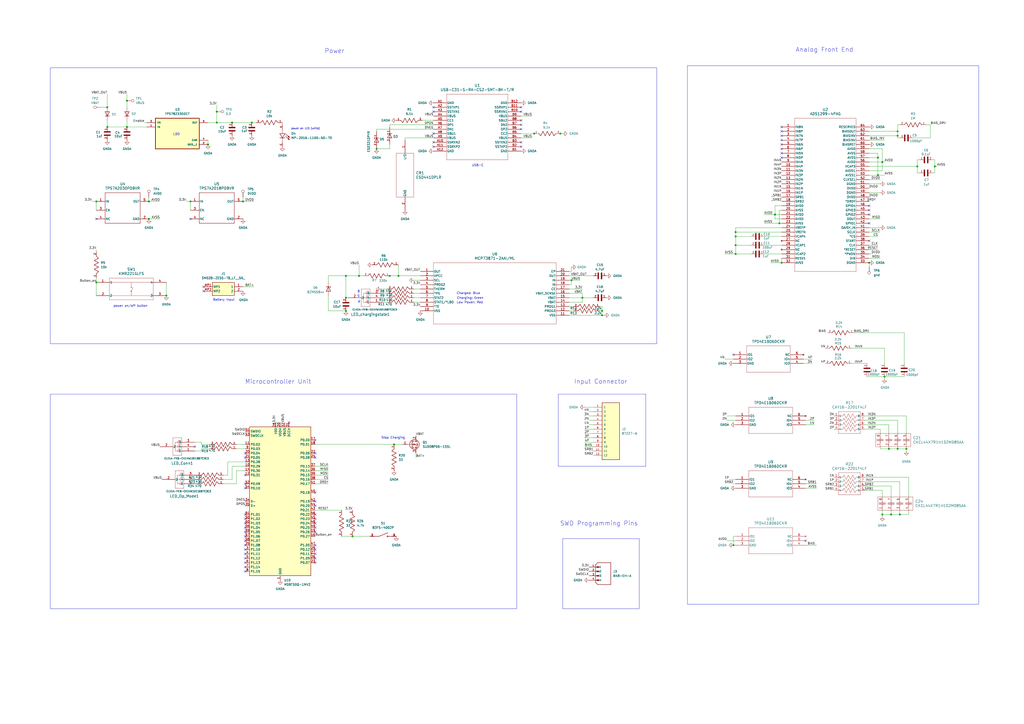
<source format=kicad_sch>
(kicad_sch (version 20250114) (generator "eeschema") (generator_version "9.0")
  (paper "A2")
  (rectangle (start 323.85 228.6) (end 374.65 270.51))
  (rectangle (start 326.39 312.42) (end 370.84 353.06))
  (rectangle (start 29.21 228.6) (end 299.72 353.06))
  (rectangle (start 29.21 39.37) (end 381 199.39))
  (rectangle (start 572.77 294.64) (end 572.77 294.64))
  (rectangle (start 398.78 38.1) (end 567.69 350.52))
  (text "Charged: Blue\n" (at 271.78 170.18 0) (effects (font (size 1.27 1.27))))
  (text "power on/off button\n" (at 75.692 177.546 0) (effects (font (size 1.27 1.27))))
  (text "LDO\n" (at 102.362 77.978 0) (effects (font (size 1.27 1.27))))
  (text "R" (at 208.28 175.26 0) (effects (font (size 1.27 1.27))))
  (text "Low Power: Red\n" (at 272.542 175.514 0) (effects (font (size 1.27 1.27))))
  (text "USB-C\n" (at 277.114 96.012 0) (effects (font (size 1.27 1.27))))
  (text "Power\n" (at 194.056 29.718 0) (effects (font (size 2.54 2.54))))
  (text "Microcontroller Unit\n" (at 161.29 221.488 0) (effects (font (size 2.54 2.54))))
  (text "Charging: Green\n" (at 272.796 172.974 0) (effects (font (size 1.27 1.27))))
  (text "Analog Front End\n" (at 478.282 28.956 0) (effects (font (size 2.54 2.54))))
  (text "Input Connector\n" (at 348.488 221.488 0) (effects (font (size 2.54 2.54))))
  (text "Battery Input\n" (at 129.794 173.99 0) (effects (font (size 1.27 1.27))))
  (text "power on LED (white)\n" (at 177.292 74.676 0) (effects (font (size 1.016 1.016))))
  (text "G" (at 208.026 171.704 0) (effects (font (size 1.27 1.27))))
  (text "Stop Charging" (at 228.092 254 0) (effects (font (size 1.27 1.27))))
  (text "B" (at 208.026 169.164 0) (effects (font (size 1.27 1.27))))
  (text "SWD Programming Pins\n" (at 347.472 303.784 0) (effects (font (size 2.54 2.54))))
  (junction (at 200.66 180.34))
  (junction (at 200.66 172.72))
  (junction (at 96.52 171.45))
  (junction (at 509.27 91.44))
  (junction (at 134.62 71.12))
  (junction (at 542.29 96.52))
  (junction (at 62.23 62.23))
  (junction (at 426.72 147.32))
  (junction (at 62.23 73.66))
  (junction (at 511.81 298.45))
  (junction (at 120.65 83.82))
  (junction (at 349.25 180.34))
  (junction (at 426.72 137.16))
  (junction (at 449.58 124.46))
  (junction (at 532.13 96.52))
  (junction (at 509.27 101.6))
  (junction (at 426.72 134.62))
  (junction (at 516.89 298.45))
  (junction (at 125.73 71.12))
  (junction (at 228.6 257.81))
  (junction (at 73.66 58.42))
  (junction (at 337.82 172.72))
  (junction (at 525.78 260.35))
  (junction (at 204.47 311.15))
  (junction (at 208.28 160.02))
  (junction (at 452.12 129.54))
  (junction (at 515.62 260.35))
  (junction (at 521.97 298.45))
  (junction (at 55.88 163.83))
  (junction (at 520.7 78.74))
  (junction (at 513.08 218.44))
  (junction (at 200.66 160.02))
  (junction (at 504.19 152.4))
  (junction (at 231.14 160.02))
  (junction (at 125.73 64.77))
  (junction (at 146.05 71.12))
  (junction (at 453.39 152.4))
  (junction (at 86.36 127))
  (junction (at 73.66 73.66))
  (junction (at 511.81 93.98))
  (junction (at 520.7 260.35))
  (junction (at 520.7 76.2))
  (junction (at 110.49 116.84))
  (junction (at 426.72 142.24))
  (junction (at 226.06 160.02))
  (junction (at 331.47 162.56))
  (junction (at 140.97 116.84))
  (junction (at 349.25 182.88))
  (junction (at 55.88 116.84))
  (junction (at 218.44 86.36))
  (junction (at 86.36 116.84))
  (junction (at 309.88 77.47))
  (junction (at 325.12 77.47))
  (junction (at 425.45 316.23))
  (no_connect (at 142.24 313.69))
  (no_connect (at 453.39 91.44))
  (no_connect (at 302.26 85.09))
  (no_connect (at 251.46 77.47))
  (no_connect (at 142.24 306.07))
  (no_connect (at 251.46 85.09))
  (no_connect (at 182.88 326.39))
  (no_connect (at 453.39 88.9))
  (no_connect (at 142.24 308.61))
  (no_connect (at 182.88 306.07))
  (no_connect (at 182.88 303.53))
  (no_connect (at 142.24 331.47))
  (no_connect (at 142.24 311.15))
  (no_connect (at 504.19 119.38))
  (no_connect (at 453.39 76.2))
  (no_connect (at 142.24 265.43))
  (no_connect (at 110.49 127))
  (no_connect (at 182.88 298.45))
  (no_connect (at 182.88 265.43))
  (no_connect (at 251.46 62.23))
  (no_connect (at 504.19 121.92))
  (no_connect (at 167.64 245.11))
  (no_connect (at 467.36 313.69))
  (no_connect (at 453.39 73.66))
  (no_connect (at 182.88 323.85))
  (no_connect (at 504.19 129.54))
  (no_connect (at 453.39 78.74))
  (no_connect (at 182.88 300.99))
  (no_connect (at 142.24 262.89))
  (no_connect (at 302.26 64.77))
  (no_connect (at 182.88 262.89))
  (no_connect (at 182.88 290.83))
  (no_connect (at 142.24 275.59))
  (no_connect (at 182.88 293.37))
  (no_connect (at 142.24 298.45))
  (no_connect (at 113.03 259.08))
  (no_connect (at 302.26 62.23))
  (no_connect (at 251.46 82.55))
  (no_connect (at 118.11 166.37))
  (no_connect (at 251.46 64.77))
  (no_connect (at 302.26 72.39))
  (no_connect (at 142.24 283.21))
  (no_connect (at 182.88 316.23))
  (no_connect (at 142.24 323.85))
  (no_connect (at 504.19 124.46))
  (no_connect (at 142.24 300.99))
  (no_connect (at 182.88 318.77))
  (no_connect (at 182.88 308.61))
  (no_connect (at 142.24 326.39))
  (no_connect (at 142.24 316.23))
  (no_connect (at 504.19 139.7))
  (no_connect (at 182.88 255.27))
  (no_connect (at 142.24 280.67))
  (no_connect (at 142.24 321.31))
  (no_connect (at 302.26 69.85))
  (no_connect (at 302.26 74.93))
  (no_connect (at 55.88 127))
  (no_connect (at 182.88 321.31))
  (no_connect (at 425.45 205.74))
  (no_connect (at 182.88 285.75))
  (no_connect (at 453.39 83.82))
  (no_connect (at 453.39 86.36))
  (no_connect (at 302.26 82.55))
  (no_connect (at 142.24 303.53))
  (no_connect (at 142.24 318.77))
  (no_connect (at 142.24 328.93))
  (no_connect (at 118.11 168.91))
  (no_connect (at 453.39 81.28))
  (wire (pts (xy 330.2 182.88) (xy 349.25 182.88)))
  (wire (pts (xy 542.29 96.52) (xy 542.29 100.33)))
  (wire (pts (xy 240.03 167.64) (xy 243.84 167.64)))
  (wire (pts (xy 502.92 116.84) (xy 504.19 116.84)))
  (wire (pts (xy 113.03 261.62) (xy 116.84 261.62)))
  (wire (pts (xy 344.17 259.08) (xy 339.09 259.08)))
  (wire (pts (xy 501.65 284.48) (xy 511.81 284.48)))
  (wire (pts (xy 501.65 248.92) (xy 510.54 248.92)))
  (wire (pts (xy 443.23 124.46) (xy 449.58 124.46)))
  (wire (pts (xy 129.54 275.59) (xy 132.08 275.59)))
  (wire (pts (xy 504.19 88.9) (xy 509.27 88.9)))
  (wire (pts (xy 125.73 60.96) (xy 125.73 64.77)))
  (wire (pts (xy 501.65 241.3) (xy 525.78 241.3)))
  (wire (pts (xy 129.54 280.67) (xy 137.16 280.67)))
  (wire (pts (xy 443.23 147.32) (xy 453.39 147.32)))
  (wire (pts (xy 529.59 80.01) (xy 539.75 80.01)))
  (wire (pts (xy 525.78 260.35) (xy 525.78 261.62)))
  (wire (pts (xy 420.37 208.28) (xy 425.45 208.28)))
  (wire (pts (xy 337.82 172.72) (xy 337.82 175.26)))
  (wire (pts (xy 134.62 278.13) (xy 134.62 270.51)))
  (wire (pts (xy 520.7 260.35) (xy 525.78 260.35)))
  (wire (pts (xy 533.4 100.33) (xy 532.13 100.33)))
  (wire (pts (xy 435.61 147.32) (xy 426.72 147.32)))
  (wire (pts (xy 330.2 165.1) (xy 331.47 165.1)))
  (wire (pts (xy 452.12 121.92) (xy 453.39 121.92)))
  (wire (pts (xy 198.12 311.15) (xy 204.47 311.15)))
  (wire (pts (xy 339.09 248.92) (xy 344.17 248.92)))
  (wire (pts (xy 137.16 260.35) (xy 142.24 260.35)))
  (wire (pts (xy 426.72 134.62) (xy 426.72 137.16)))
  (wire (pts (xy 520.7 72.39) (xy 521.97 72.39)))
  (wire (pts (xy 309.88 77.47) (xy 311.15 77.47)))
  (wire (pts (xy 504.19 101.6) (xy 509.27 101.6)))
  (wire (pts (xy 513.08 218.44) (xy 513.08 219.71)))
  (wire (pts (xy 302.26 80.01) (xy 308.61 80.01)))
  (wire (pts (xy 504.19 149.86) (xy 510.54 149.86)))
  (wire (pts (xy 467.36 280.67) (xy 473.71 280.67)))
  (wire (pts (xy 504.19 91.44) (xy 509.27 91.44)))
  (wire (pts (xy 449.58 119.38) (xy 449.58 124.46)))
  (wire (pts (xy 243.84 160.02) (xy 231.14 160.02)))
  (wire (pts (xy 425.45 311.15) (xy 425.45 316.23)))
  (wire (pts (xy 532.13 92.71) (xy 533.4 92.71)))
  (wire (pts (xy 182.88 270.51) (xy 190.5 270.51)))
  (wire (pts (xy 524.51 193.04) (xy 524.51 210.82)))
  (wire (pts (xy 443.23 129.54) (xy 452.12 129.54)))
  (wire (pts (xy 349.25 177.8) (xy 347.98 177.8)))
  (wire (pts (xy 182.88 295.91) (xy 198.12 295.91)))
  (wire (pts (xy 421.64 313.69) (xy 426.72 313.69)))
  (wire (pts (xy 182.88 257.81) (xy 228.6 257.81)))
  (wire (pts (xy 515.62 251.46) (xy 515.62 246.38)))
  (wire (pts (xy 62.23 69.85) (xy 62.23 73.66)))
  (wire (pts (xy 240.03 175.26) (xy 243.84 175.26)))
  (wire (pts (xy 501.65 281.94) (xy 516.89 281.94)))
  (wire (pts (xy 510.54 132.08) (xy 504.19 132.08)))
  (wire (pts (xy 137.16 257.81) (xy 142.24 257.81)))
  (wire (pts (xy 449.58 124.46) (xy 449.58 127)))
  (wire (pts (xy 210.82 160.02) (xy 208.28 160.02)))
  (wire (pts (xy 190.5 180.34) (xy 200.66 180.34)))
  (wire (pts (xy 129.54 278.13) (xy 134.62 278.13)))
  (wire (pts (xy 226.06 73.66) (xy 226.06 72.39)))
  (wire (pts (xy 466.09 208.28) (xy 471.17 208.28)))
  (wire (pts (xy 504.19 106.68) (xy 510.54 106.68)))
  (wire (pts (xy 504.19 154.94) (xy 504.19 152.4)))
  (wire (pts (xy 120.65 71.12) (xy 125.73 71.12)))
  (wire (pts (xy 339.09 254) (xy 344.17 254)))
  (wire (pts (xy 515.62 259.08) (xy 515.62 260.35)))
  (wire (pts (xy 134.62 270.51) (xy 142.24 270.51)))
  (wire (pts (xy 331.47 154.94) (xy 331.47 157.48)))
  (wire (pts (xy 467.36 283.21) (xy 473.71 283.21)))
  (wire (pts (xy 226.06 160.02) (xy 223.52 160.02)))
  (wire (pts (xy 116.84 260.35) (xy 121.92 260.35)))
  (wire (pts (xy 447.04 152.4) (xy 453.39 152.4)))
  (wire (pts (xy 504.19 144.78) (xy 509.27 144.78)))
  (wire (pts (xy 190.5 171.45) (xy 190.5 180.34)))
  (wire (pts (xy 55.88 161.29) (xy 55.88 163.83)))
  (wire (pts (xy 341.63 238.76) (xy 344.17 238.76)))
  (wire (pts (xy 330.2 167.64) (xy 337.82 167.64)))
  (wire (pts (xy 537.21 72.39) (xy 539.75 72.39)))
  (wire (pts (xy 222.25 175.26) (xy 224.79 175.26)))
  (wire (pts (xy 435.61 137.16) (xy 426.72 137.16)))
  (wire (pts (xy 453.39 119.38) (xy 449.58 119.38)))
  (wire (pts (xy 511.81 93.98) (xy 511.81 99.06)))
  (wire (pts (xy 226.06 86.36) (xy 226.06 83.82)))
  (wire (pts (xy 443.23 137.16) (xy 453.39 137.16)))
  (wire (pts (xy 510.54 111.76) (xy 504.19 111.76)))
  (wire (pts (xy 422.91 278.13) (xy 426.72 278.13)))
  (wire (pts (xy 515.62 260.35) (xy 520.7 260.35)))
  (wire (pts (xy 200.66 172.72) (xy 201.93 172.72)))
  (wire (pts (xy 510.54 259.08) (xy 510.54 260.35)))
  (wire (pts (xy 137.16 280.67) (xy 137.16 273.05)))
  (wire (pts (xy 513.08 218.44) (xy 524.51 218.44)))
  (wire (pts (xy 504.19 142.24) (xy 509.27 142.24)))
  (wire (pts (xy 190.5 160.02) (xy 190.5 163.83)))
  (wire (pts (xy 466.09 210.82) (xy 471.17 210.82)))
  (wire (pts (xy 426.72 147.32) (xy 420.37 147.32)))
  (wire (pts (xy 240.03 162.56) (xy 243.84 162.56)))
  (wire (pts (xy 200.66 160.02) (xy 200.66 172.72)))
  (wire (pts (xy 110.49 116.84) (xy 110.49 121.92)))
  (wire (pts (xy 55.88 163.83) (xy 55.88 171.45)))
  (wire (pts (xy 511.81 298.45) (xy 511.81 299.72)))
  (wire (pts (xy 228.6 257.81) (xy 233.68 257.81)))
  (wire (pts (xy 83.82 71.12) (xy 85.09 71.12)))
  (wire (pts (xy 426.72 311.15) (xy 425.45 311.15)))
  (wire (pts (xy 323.85 77.47) (xy 325.12 77.47)))
  (wire (pts (xy 330.2 172.72) (xy 337.82 172.72)))
  (wire (pts (xy 504.19 147.32) (xy 505.46 147.32)))
  (wire (pts (xy 509.27 101.6) (xy 513.08 101.6)))
  (wire (pts (xy 234.95 80.01) (xy 251.46 80.01)))
  (wire (pts (xy 502.92 218.44) (xy 513.08 218.44)))
  (wire (pts (xy 453.39 149.86) (xy 453.39 152.4)))
  (wire (pts (xy 231.14 153.67) (xy 231.14 160.02)))
  (wire (pts (xy 53.34 116.84) (xy 55.88 116.84)))
  (wire (pts (xy 520.7 76.2) (xy 520.7 72.39)))
  (wire (pts (xy 467.36 243.84) (xy 472.44 243.84)))
  (wire (pts (xy 509.27 88.9) (xy 509.27 91.44)))
  (wire (pts (xy 426.72 134.62) (xy 453.39 134.62)))
  (wire (pts (xy 511.81 93.98) (xy 513.08 93.98)))
  (wire (pts (xy 200.66 160.02) (xy 190.5 160.02)))
  (wire (pts (xy 467.36 316.23) (xy 473.71 316.23)))
  (wire (pts (xy 344.17 256.54) (xy 339.09 256.54)))
  (wire (pts (xy 55.88 144.78) (xy 55.88 146.05)))
  (wire (pts (xy 532.13 96.52) (xy 532.13 92.71)))
  (wire (pts (xy 140.97 116.84) (xy 147.32 116.84)))
  (wire (pts (xy 504.19 86.36) (xy 511.81 86.36)))
  (wire (pts (xy 163.83 71.12) (xy 163.83 72.39)))
  (wire (pts (xy 339.09 251.46) (xy 344.17 251.46)))
  (wire (pts (xy 541.02 92.71) (xy 542.29 92.71)))
  (wire (pts (xy 120.65 81.28) (xy 120.65 83.82)))
  (wire (pts (xy 86.36 116.84) (xy 92.71 116.84)))
  (wire (pts (xy 504.19 76.2) (xy 520.7 76.2)))
  (wire (pts (xy 62.23 73.66) (xy 73.66 73.66)))
  (wire (pts (xy 330.2 160.02) (xy 344.17 160.02)))
  (wire (pts (xy 520.7 80.01) (xy 520.7 78.74)))
  (wire (pts (xy 494.03 210.82) (xy 502.92 210.82)))
  (wire (pts (xy 331.47 165.1) (xy 331.47 162.56)))
  (wire (pts (xy 330.2 175.26) (xy 337.82 175.26)))
  (wire (pts (xy 302.26 77.47) (xy 309.88 77.47)))
  (wire (pts (xy 539.75 72.39) (xy 539.75 80.01)))
  (wire (pts (xy 516.89 281.94) (xy 516.89 288.29)))
  (wire (pts (xy 520.7 78.74) (xy 520.7 76.2)))
  (wire (pts (xy 302.26 67.31) (xy 308.61 67.31)))
  (wire (pts (xy 467.36 246.38) (xy 472.44 246.38)))
  (wire (pts (xy 341.63 246.38) (xy 344.17 246.38)))
  (wire (pts (xy 527.05 298.45) (xy 527.05 295.91)))
  (wire (pts (xy 425.45 280.67) (xy 426.72 280.67)))
  (wire (pts (xy 504.19 96.52) (xy 532.13 96.52)))
  (wire (pts (xy 426.72 132.08) (xy 453.39 132.08)))
  (wire (pts (xy 73.66 69.85) (xy 73.66 73.66)))
  (wire (pts (xy 73.66 54.61) (xy 73.66 58.42)))
  (wire (pts (xy 160.02 245.11) (xy 162.56 245.11)))
  (wire (pts (xy 504.19 134.62) (xy 510.54 134.62)))
  (wire (pts (xy 542.29 100.33) (xy 541.02 100.33)))
  (wire (pts (xy 510.54 260.35) (xy 515.62 260.35)))
  (wire (pts (xy 504.19 104.14) (xy 510.54 104.14)))
  (wire (pts (xy 331.47 162.56) (xy 336.55 162.56)))
  (wire (pts (xy 234.95 81.28) (xy 234.95 80.01)))
  (wire (pts (xy 116.84 256.54) (xy 116.84 257.81)))
  (wire (pts (xy 525.78 241.3) (xy 525.78 251.46)))
  (wire (pts (xy 501.65 243.84) (xy 520.7 243.84)))
  (wire (pts (xy 208.28 153.67) (xy 208.28 160.02)))
  (wire (pts (xy 426.72 142.24) (xy 435.61 142.24)))
  (wire (pts (xy 341.63 243.84) (xy 344.17 243.84)))
  (wire (pts (xy 330.2 162.56) (xy 331.47 162.56)))
  (wire (pts (xy 226.06 72.39) (xy 251.46 72.39)))
  (wire (pts (xy 116.84 257.81) (xy 121.92 257.81)))
  (wire (pts (xy 222.25 170.18) (xy 224.79 170.18)))
  (wire (pts (xy 220.98 167.64) (xy 224.79 167.64)))
  (wire (pts (xy 443.23 142.24) (xy 453.39 142.24)))
  (wire (pts (xy 494.03 201.93) (xy 513.08 201.93)))
  (wire (pts (xy 182.88 275.59) (xy 190.5 275.59)))
  (wire (pts (xy 349.25 180.34) (xy 349.25 182.88)))
  (wire (pts (xy 511.81 295.91) (xy 511.81 298.45)))
  (wire (pts (xy 525.78 259.08) (xy 525.78 260.35)))
  (wire (pts (xy 204.47 311.15) (xy 214.63 311.15)))
  (wire (pts (xy 330.2 180.34) (xy 332.74 180.34)))
  (wire (pts (xy 182.88 278.13) (xy 190.5 278.13)))
  (wire (pts (xy 542.29 92.71) (xy 542.29 96.52)))
  (wire (pts (xy 86.36 127) (xy 92.71 127)))
  (wire (pts (xy 516.89 295.91) (xy 516.89 298.45)))
  (wire (pts (xy 452.12 129.54) (xy 452.12 121.92)))
  (wire (pts (xy 55.88 116.84) (xy 55.88 121.92)))
  (wire (pts (xy 325.12 77.47) (xy 326.39 77.47)))
  (wire (pts (xy 421.64 243.84) (xy 426.72 243.84)))
  (wire (pts (xy 495.3 193.04) (xy 524.51 193.04)))
  (wire (pts (xy 134.62 71.12) (xy 146.05 71.12)))
  (wire (pts (xy 542.29 96.52) (xy 543.56 96.52)))
  (wire (pts (xy 337.82 172.72) (xy 344.17 172.72)))
  (wire (pts (xy 107.95 116.84) (xy 110.49 116.84)))
  (wire (pts (xy 140.97 114.3) (xy 140.97 116.84)))
  (wire (pts (xy 511.81 284.48) (xy 511.81 288.29)))
  (wire (pts (xy 240.03 172.72) (xy 243.84 172.72)))
  (wire (pts (xy 96.52 163.83) (xy 96.52 171.45)))
  (wire (pts (xy 426.72 142.24) (xy 426.72 147.32)))
  (wire (pts (xy 241.3 265.43) (xy 241.3 262.89)))
  (wire (pts (xy 504.19 78.74) (xy 520.7 78.74)))
  (wire (pts (xy 125.73 64.77) (xy 125.73 71.12)))
  (wire (pts (xy 125.73 71.12) (xy 134.62 71.12)))
  (wire (pts (xy 222.25 172.72) (xy 224.79 172.72)))
  (wire (pts (xy 146.05 71.12) (xy 148.59 71.12)))
  (wire (pts (xy 504.19 93.98) (xy 511.81 93.98)))
  (wire (pts (xy 521.97 298.45) (xy 521.97 295.91)))
  (wire (pts (xy 218.44 76.2) (xy 218.44 74.93)))
  (wire (pts (xy 140.97 166.37) (xy 147.32 166.37)))
  (wire (pts (xy 521.97 80.01) (xy 520.7 80.01)))
  (wire (pts (xy 73.66 58.42) (xy 73.66 62.23)))
  (wire (pts (xy 453.39 129.54) (xy 452.12 129.54)))
  (wire (pts (xy 511.81 86.36) (xy 511.81 93.98)))
  (wire (pts (xy 330.2 170.18) (xy 337.82 170.18)))
  (wire (pts (xy 218.44 86.36) (xy 226.06 86.36)))
  (wire (pts (xy 337.82 170.18) (xy 337.82 172.72)))
  (wire (pts (xy 504.19 127) (xy 510.54 127)))
  (wire (pts (xy 182.88 280.67) (xy 190.5 280.67)))
  (wire (pts (xy 341.63 241.3) (xy 344.17 241.3)))
  (wire (pts (xy 218.44 74.93) (xy 251.46 74.93)))
  (wire (pts (xy 137.16 273.05) (xy 142.24 273.05)))
  (wire (pts (xy 332.74 177.8) (xy 330.2 177.8)))
  (wire (pts (xy 132.08 267.97) (xy 142.24 267.97)))
  (wire (pts (xy 245.11 69.85) (xy 251.46 69.85)))
  (wire (pts (xy 113.03 256.54) (xy 116.84 256.54)))
  (wire (pts (xy 86.36 114.3) (xy 86.36 116.84)))
  (wire (pts (xy 504.19 137.16) (xy 509.27 137.16)))
  (wire (pts (xy 421.64 241.3) (xy 426.72 241.3)))
  (wire (pts (xy 62.23 54.61) (xy 62.23 62.23)))
  (wire (pts (xy 453.39 124.46) (xy 449.58 124.46)))
  (wire (pts (xy 516.89 298.45) (xy 521.97 298.45)))
  (wire (pts (xy 449.58 127) (xy 453.39 127)))
  (wire (pts (xy 132.08 275.59) (xy 132.08 267.97)))
  (wire (pts (xy 509.27 91.44) (xy 509.27 101.6)))
  (wire (pts (xy 116.84 261.62) (xy 116.84 260.35)))
  (wire (pts (xy 349.25 182.88) (xy 350.52 182.88)))
  (wire (pts (xy 513.08 201.93) (xy 513.08 210.82)))
  (wire (pts (xy 501.65 246.38) (xy 515.62 246.38)))
  (wire (pts (xy 58.42 62.23) (xy 62.23 62.23)))
  (wire (pts (xy 208.28 160.02) (xy 200.66 160.02)))
  (wire (pts (xy 349.25 177.8) (xy 349.25 180.34)))
  (wire (pts (xy 226.06 160.02) (xy 231.14 160.02)))
  (wire (pts (xy 504.19 99.06) (xy 511.81 99.06)))
  (wire (pts (xy 521.97 279.4) (xy 521.97 288.29)))
  (wire (pts (xy 504.19 81.28) (xy 513.08 81.28)))
  (wire (pts (xy 527.05 276.86) (xy 527.05 288.29)))
  (wire (pts (xy 331.47 157.48) (xy 330.2 157.48)))
  (wire (pts (xy 426.72 132.08) (xy 426.72 134.62)))
  (wire (pts (xy 510.54 248.92) (xy 510.54 251.46)))
  (wire (pts (xy 240.03 170.18) (xy 243.84 170.18)))
  (wire (pts (xy 347.98 180.34) (xy 349.25 180.34)))
  (wire (pts (xy 501.65 279.4) (xy 521.97 279.4)))
  (wire (pts (xy 182.88 273.05) (xy 190.5 273.05)))
  (wire (pts (xy 425.45 316.23) (xy 426.72 316.23)))
  (wire (pts (xy 532.13 96.52) (xy 532.13 100.33)))
  (wire (pts (xy 521.97 298.45) (xy 527.05 298.45)))
  (wire (pts (xy 520.7 259.08) (xy 520.7 260.35)))
  (wire (pts (xy 73.66 73.66) (xy 85.09 73.66)))
  (wire (pts (xy 511.81 298.45) (xy 516.89 298.45)))
  (wire (pts (xy 501.65 276.86) (xy 527.05 276.86)))
  (wire (pts (xy 520.7 243.84) (xy 520.7 251.46)))
  (wire (pts (xy 426.72 137.16) (xy 426.72 142.24)))
  (wire (pts (xy 339.09 236.22) (xy 344.17 236.22)))
  (label "BIAS_DRV" (at 539.75 72.39 0))
  (label "CLK" (at 509.27 142.24 180))
  (label "IN3N" (at 508 241.3 180))
  (label "AVDD" (at 443.23 124.46 0))
  (label "BIAS " (at 339.09 259.08 0))
  (label "4N" (at 420.37 208.28 180))
  (label "3.3V" (at 125.73 60.96 180))
  (label "IN1P" (at 506.73 279.4 180))
  (label "_SRB1" (at 506.73 284.48 180))
  (label "3.3V" (at 243.84 165.1 180))
  (label "DRDY" (at 502.92 116.84 0))
  (label "AVSS" (at 92.71 127 180))
  (label "IN2P" (at 508 248.92 180))
  (label "DVDD" (at 505.46 147.32 0))
  (label "AVSS" (at 447.04 152.4 0))
  (label "3.3V" (at 243.84 177.8 180))
  (label "VBUS" (at 308.61 80.01 180))
  (label "3N" (at 341.63 241.3 180))
  (label "3.3V" (at 341.63 328.93 180))
  (label "SRB2" (at 425.45 280.67 180))
  (label "BIAS_INV" (at 513.08 81.28 180))
  (label "3.3V" (at 337.82 167.64 180))
  (label "IN3N" (at 453.39 99.06 180))
  (label "IN3P" (at 508 243.84 180))
  (label "SRB2" (at 344.17 264.16 180))
  (label "3.3V" (at 204.47 295.91 180))
  (label "_SRB1" (at 453.39 114.3 180))
  (label "SRB1" (at 344.17 261.62 180))
  (label "DVDD" (at 504.19 114.3 0))
  (label "IN4N" (at 500.38 201.93 180))
  (label "VBUS" (at 208.28 153.67 180))
  (label "Button_on" (at 55.88 163.83 180))
  (label "Button_on" (at 182.88 311.15 0))
  (label "SRB2" (at 483.87 281.94 180))
  (label "4N" (at 341.63 238.76 180))
  (label "3N" (at 471.17 210.82 180))
  (label "MISO" (at 510.54 127 180))
  (label "VBUS" (at 165.1 245.11 90))
  (label "VBAT" (at 337.82 170.18 180))
  (label "4P" (at 478.79 210.82 180))
  (label "1P" (at 339.09 248.92 0))
  (label "DVDD" (at 504.19 109.22 0))
  (label "BAT+" (at 241.3 265.43 0))
  (label "SWDCLK" (at 142.24 252.73 180))
  (label "IN1P" (at 453.39 111.76 180))
  (label "4P" (at 339.09 256.54 0))
  (label "CS" (at 190.5 278.13 180))
  (label "AVSS" (at 543.56 96.52 0))
  (label "VBUS" (at 251.46 67.31 180))
  (label "AVDD" (at 513.08 93.98 0))
  (label "AVSS" (at 420.37 147.32 0))
  (label "SWDIO" (at 341.63 331.47 180))
  (label "DRDY" (at 190.5 280.67 180))
  (label "MOSI" (at 190.5 275.59 180))
  (label "SWDIO" (at 142.24 250.19 180))
  (label "AVSS" (at 513.08 101.6 0))
  (label "VBUS" (at 73.66 54.61 180))
  (label "SWDCLK" (at 341.63 334.01 180))
  (label "DNEG" (at 142.24 290.83 180))
  (label "_SRB2" (at 453.39 116.84 180))
  (label "MOSI" (at 510.54 149.86 180))
  (label "BIAS " (at 473.71 316.23 180))
  (label "SCLK" (at 510.54 134.62 180))
  (label "AVSS" (at 473.71 283.21 180))
  (label "3.3V" (at 53.34 116.84 180))
  (label "RESET" (at 509.27 144.78 180))
  (label "3.3V" (at 107.95 116.84 180))
  (label "VBUS" (at 336.55 162.56 180))
  (label "DPOS" (at 251.46 72.39 180))
  (label "AVSS" (at 443.23 129.54 0))
  (label "3P" (at 339.09 254 0))
  (label "DPOS" (at 142.24 293.37 180))
  (label "2P" (at 472.44 243.84 180))
  (label "IN2P" (at 453.39 106.68 180))
  (label "IN4P" (at 453.39 96.52 180))
  (label "DNEG" (at 251.46 74.93 180))
  (label "1P" (at 422.91 278.13 180))
  (label "1N" (at 341.63 246.38 180))
  (label "VBUS" (at 92.71 259.08 180))
  (label "VBAT" (at 241.3 252.73 0))
  (label "SCLK" (at 190.5 270.51 180))
  (label "MISO" (at 190.5 273.05 180))
  (label "BAT+" (at 147.32 166.37 180))
  (label "2N" (at 483.87 246.38 180))
  (label "2P" (at 483.87 248.92 180))
  (label "4P" (at 471.17 208.28 180))
  (label "3.3V" (at 160.02 245.11 90))
  (label "1P" (at 483.87 279.4 180))
  (label "3P" (at 421.64 241.3 180))
  (label "AVDD" (at 421.64 313.69 180))
  (label "1N" (at 472.44 246.38 180))
  (label "SRB1" (at 483.87 284.48 180))
  (label "2N" (at 421.64 243.84 180))
  (label "VBAT_OUT" (at 243.84 157.48 180))
  (label "2P" (at 339.09 251.46 0))
  (label "3N" (at 483.87 241.3 180))
  (label "DVDD" (at 147.32 116.84 180))
  (label "BIAS_DRV" (at 504.19 193.04 180))
  (label "IN4N" (at 453.39 93.98 180))
  (label "AVDD" (at 92.71 116.84 180))
  (label "IN2N" (at 453.39 104.14 180))
  (label "VBUS" (at 251.46 80.01 180))
  (label "Enable" (at 83.82 71.12 180))
  (label "CS" (at 509.27 137.16 180))
  (label "IN2N" (at 508 246.38 180))
  (label "_SRB2" (at 506.73 281.94 180))
  (label "IN4P" (at 500.38 210.82 180))
  (label "BIAS " (at 480.06 193.04 180))
  (label "4N" (at 478.79 201.93 180))
  (label "VBAT_OUT" (at 340.36 160.02 180))
  (label "VBUS" (at 93.98 278.13 180))
  (label "VBUS" (at 308.61 67.31 180))
  (label "2N" (at 341.63 243.84 180))
  (label "IN1N" (at 453.39 109.22 180))
  (label "SRB1" (at 473.71 280.67 180))
  (label "VBAT_OUT" (at 62.23 54.61 180))
  (label "3.3V" (at 55.88 144.78 180))
  (label "1N" (at 483.87 276.86 180))
  (label "DVDD" (at 510.54 104.14 180))
  (label "IN1N" (at 506.73 276.86 180))
  (label "RESET" (at 190.5 295.91 180))
  (label "IN3P" (at 453.39 101.6 180))
  (label "3P" (at 483.87 243.84 180))
  (symbol (lib_id "resistor_footprint:RC0603FR-0747KL") (at 198.12 303.53 270) (unit 1)
    (property "Reference" "R25" (at 200.66 302.2599 90) (effects (justify left)))
    (property "Value" "33" (at 200.66 304.7999 90) (effects (justify left)))
    (property "Footprint" "Resistor_SMD:R_0603_1608Metric" (effects (hide yes)))
    (property "Datasheet" "ESR03EZPJ330" (effects (hide yes)))
    (property "Description" "Resistor" (effects (hide yes)))
    (property "MANUFACTURER" "YAGEO" (effects (hide yes)))
  )
  (symbol (lib_id "capacitor_footprint:CL10B105KP8NNNC") (at 73.66 78.74 90) (unit 1)
    (property "Reference" "C4" (at 66.802 76.962 90) (effects (justify right)))
    (property "Value" "10uF" (at 66.294 78.994 90) (effects (justify right)))
    (property "Footprint" "Capacitor_SMD:C_0402_1005Metric" (effects (hide yes)))
  )
  (symbol (lib_id "power:GNDA") (at 140.97 168.91 0) (unit 1)
    (property "Reference" "#PWR028" (effects (hide yes)))
    (property "Value" "GNDA" (at 141.224 173.99 0))
    (property "Description" "Power symbol creates a global label with name \"GNDA\" , analog ground" (effects (hide yes)))
  )
  (symbol (lib_id "power:GNDA") (at 525.78 261.62 0) (unit 1)
    (property "Reference" "#PWR038" (effects (hide yes)))
    (property "Value" "GNDA" (at 525.78 267.716 0))
    (property "Description" "Power symbol creates a global label with name \"GNDA\" , analog ground" (effects (hide yes)))
  )
  (symbol (lib_id "capacitor_footprint:CL10B105KP8NNNC") (at 535.94 100.33 0) (unit 1)
    (property "Reference" "C7" (at 537.464 104.394 0))
    (property "Value" "1uF" (at 537.464 106.934 0))
    (property "Footprint" "Capacitor_SMD:C_0402_1005Metric" (effects (hide yes)))
  )
  (symbol (lib_id "capacitor_footprint:CL10B105KP8NNNC") (at 502.92 215.9 90) (unit 1)
    (property "Reference" "C18" (at 508.762 215.138 90) (effects (justify left)))
    (property "Value" "1000pF" (at 510.54 217.17 90) (effects (justify left)))
    (property "Footprint" "Capacitor_SMD:C_0402_1005Metric" (effects (hide yes)))
  )
  (symbol (lib_id "capacitor_footprint:CL10B105KP8NNNC") (at 349.25 160.02 180) (unit 1)
    (property "Reference" "C15" (at 347.98 153.67 0))
    (property "Value" "4.7uF" (at 347.98 156.21 0))
    (property "Footprint" "Capacitor_SMD:C_0402_1005Metric" (effects (hide yes)))
  )
  (symbol (lib_id "TVS:TPD4E1B06DCKR") (at 426.72 241.3 0) (unit 1)
    (property "Reference" "U8" (at 447.04 231.14 0) (effects (font (size 1.524 1.524))))
    (property "Value" "TPD4E1B06DCKR" (at 447.04 233.68 0) (effects (font (size 1.524 1.524))))
    (property "Footprint" "tpd4e:DCK6_TEX" (effects (hide yes)))
    (property "Datasheet" "TPD4E1B06DCKR" (effects (hide yes)))
  )
  (symbol (lib_id "led:CLV1A-FKB-CK1VW1DE1BB7C3C3") (at 92.71 259.08 0) (unit 1)
    (property "Reference" "LED_Conn1" (at 105.664 268.732 0) (effects (font (size 1.524 1.524))))
    (property "Value" "CLV1A-FKB-CK1VW1DE1BB7C3C3" (at 108.204 265.938 0) (effects (font (size 1.016 1.016))))
    (property "Footprint" "clv1a:CLV1A-FKB-CK1VW1DE1BB7C3C3_CRE" (effects (hide yes)))
    (property "Datasheet" "CLV1A-FKB-CK1VW1DE1BB7C3C3" (effects (hide yes)))
  )
  (symbol (lib_id "resistor_footprint:RC0603FR-0747KL") (at 237.49 69.85 0) (unit 1)
    (property "Reference" "R1" (at 237.49 63.5 0))
    (property "Value" "5.1k" (at 237.49 66.04 0))
    (property "Footprint" "Resistor_SMD:R_0603_1608Metric" (effects (hide yes)))
    (property "Datasheet" "RC0603FR-075K1L" (effects (hide yes)))
    (property "Description" "Resistor" (effects (hide yes)))
    (property "MANUFACTURER" "YAGEO" (effects (hide yes)))
  )
  (symbol (lib_id "power:GNDA") (at 331.47 154.94 90) (unit 1)
    (property "Reference" "#PWR023" (effects (hide yes)))
    (property "Value" "GNDA" (at 334.772 154.94 90) (effects (justify right)))
    (property "Description" "Power symbol creates a global label with name \"GNDA\" , analog ground" (effects (hide yes)))
  )
  (symbol (lib_id "usb-c:USB-C31-S-RA-CS2-SMT-BK-T_R") (at 251.46 59.69 0) (unit 1)
    (property "Reference" "U1" (at 276.86 49.53 0) (effects (font (size 1.524 1.524))))
    (property "Value" "USB-C31-S-RA-CS2-SMT-BK-T/R" (at 276.86 52.07 0) (effects (font (size 1.524 1.524))))
    (property "Footprint" "usb-c31:USB-C31-S-RA-CS2-SMT-BK-T&slash_R_ADM" (effects (hide yes)))
    (property "Datasheet" "USB-C31-S-RA-CS2-SMT-BK-T/R" (effects (hide yes)))
  )
  (symbol (lib_id "power:GNDA") (at 339.09 236.22 270) (unit 1)
    (property "Reference" "#PWR036" (effects (hide yes)))
    (property "Value" "GNDA" (at 335.28 236.2199 90) (effects (justify right)))
    (property "Description" "Power symbol creates a global label with name \"GNDA\" , analog ground" (effects (hide yes)))
  )
  (symbol (lib_id "power:GNDA") (at 251.46 87.63 270) (unit 1)
    (property "Reference" "#PWR014" (effects (hide yes)))
    (property "Value" "GNDA" (at 247.65 87.6299 90) (effects (justify right)))
    (property "Description" "Power symbol creates a global label with name \"GNDA\" , analog ground" (effects (hide yes)))
  )
  (symbol (lib_id "power:GNDA") (at 351.79 172.72 90) (unit 1)
    (property "Reference" "#PWR030" (effects (hide yes)))
    (property "Value" "GNDA" (at 355.6 172.7199 90) (effects (justify right)))
    (property "Description" "Power symbol creates a global label with name \"GNDA\" , analog ground" (effects (hide yes)))
  )
  (symbol (lib_id "power:GNDA") (at 120.65 83.82 0) (unit 1)
    (property "Reference" "#PWR010" (effects (hide yes)))
    (property "Value" "GNDA" (at 120.65 88.9 0))
    (property "Description" "Power symbol creates a global label with name \"GNDA\" , analog ground" (effects (hide yes)))
  )
  (symbol (lib_id "capacitor_footprint:CL10B105KP8NNNC") (at 134.62 76.2 90) (unit 1)
    (property "Reference" "C2" (at 127.508 73.914 90) (effects (justify right)))
    (property "Value" "10uF" (at 126.492 76.2 90) (effects (justify right)))
    (property "Footprint" "Capacitor_SMD:C_0402_1005Metric" (effects (hide yes)))
  )
  (symbol (lib_id "power:GNDA") (at 504.19 152.4 90) (unit 1)
    (property "Reference" "#PWR021" (effects (hide yes)))
    (property "Value" "GNDA" (at 508 152.3999 90) (effects (justify right)))
    (property "Description" "Power symbol creates a global label with name \"GNDA\" , analog ground" (effects (hide yes)))
  )
  (symbol (lib_id "R-array:CAY16-2201F4LF") (at 483.87 241.3 0) (unit 1)
    (property "Reference" "R17" (at 492.76 233.68 0) (effects (font (size 1.524 1.524))))
    (property "Value" "CAY16-2201F4LF" (at 492.76 236.22 0) (effects (font (size 1.524 1.524))))
    (property "Footprint" "cay16:CAY16_BRN" (effects (hide yes)))
    (property "Datasheet" "CAY16-2201F4LF" (effects (hide yes)))
  )
  (symbol (lib_id "resistor_footprint:RC0603FR-0747KL") (at 121.92 280.67 180) (unit 1)
    (property "Reference" "R24" (at 110.744 281.94 0))
    (property "Value" "470" (at 115.062 281.94 0))
    (property "Footprint" "Resistor_SMD:R_0603_1608Metric" (effects (hide yes)))
    (property "Datasheet" "TNPU0603470RAYEN00" (effects (hide yes)))
    (property "Description" "Resistor" (effects (hide yes)))
    (property "MANUFACTURER" "YAGEO" (effects (hide yes)))
  )
  (symbol (lib_id "RF_Module:MDBT50Q-1MV2") (at 162.56 290.83 0) (unit 1)
    (property "Reference" "U10" (at 164.7033 336.55 0) (effects (justify left)))
    (property "Value" "MDBT50Q-1MV2" (at 164.7033 339.09 0) (effects (justify left)))
    (property "Footprint" "RF_Module:Raytac_MDBT50Q" (effects (hide yes)))
    (property "Datasheet" "https://www.raytac.com/download/index.php?index_id=43" (effects (hide yes)))
    (property "Description" "Multiprotocol BLE/ANT/2.4 GHz/802.15.4 Cortex-M4F SoC, nRF52840 module" (effects (hide yes)))
  )
  (symbol (lib_id "Diode:1N4148WT") (at 62.23 66.04 90) (unit 1)
    (property "Reference" "D1" (at 64.77 66.294 90) (effects (justify right)))
    (property "Value" "1N4148WT" (effects (hide yes)))
    (property "Footprint" "Diode_SMD:D_SOD-523" (effects (hide yes)))
    (property "Datasheet" "https://www.diodes.com/assets/Datasheets/ds30396.pdf" (effects (hide yes)))
    (property "Description" "75V 0.15A Fast switching Diode, SOD-523" (effects (hide yes)))
    (property "Sim.Device" "D" (effects (hide yes)))
    (property "Sim.Pins" "1=K 2=A" (effects (hide yes)))
  )
  (symbol (lib_id "capacitor_footprint:CL10B105KP8NNNC") (at 524.51 215.9 90) (unit 1)
    (property "Reference" "C20" (at 530.86 214.63 90) (effects (justify left)))
    (property "Value" "1000pF" (at 532.892 217.424 90) (effects (justify left)))
    (property "Footprint" "Capacitor_SMD:C_0402_1005Metric" (effects (hide yes)))
  )
  (symbol (lib_id "capacitor_footprint:CL10B105KP8NNNC") (at 62.23 76.2 270) (unit 1)
    (property "Reference" "C1" (at 55.626 76.708 90) (effects (justify left)))
    (property "Value" "1uF" (at 55.88 78.994 90) (effects (justify left)))
    (property "Footprint" "Capacitor_SMD:C_0402_1005Metric" (effects (hide yes)))
  )
  (symbol (lib_id "resistor_footprint:RC0603FR-0747KL") (at 340.36 177.8 180) (unit 1)
    (property "Reference" "R12" (at 332.74 178.816 0))
    (property "Value" "2.2k" (at 346.964 178.816 0))
    (property "Footprint" "Resistor_SMD:R_0603_1608Metric" (effects (hide yes)))
    (property "Datasheet" "RC0603FR-072K2L" (effects (hide yes)))
    (property "Description" "Resistor" (effects (hide yes)))
    (property "MANUFACTURER" "YAGEO" (effects (hide yes)))
  )
  (symbol (lib_id "resistor_footprint:RC0603FR-0747KL") (at 487.68 193.04 180) (unit 1)
    (property "Reference" "R14" (at 486.664 189.484 0))
    (property "Value" "2.2k" (at 486.664 187.198 0))
    (property "Footprint" "Resistor_SMD:R_0603_1608Metric" (effects (hide yes)))
    (property "Datasheet" "RC0603FR-072K2L" (effects (hide yes)))
    (property "Description" "Resistor" (effects (hide yes)))
    (property "MANUFACTURER" "YAGEO" (effects (hide yes)))
  )
  (symbol (lib_id "power:GNDA") (at 425.45 210.82 270) (unit 1)
    (property "Reference" "#PWR034" (effects (hide yes)))
    (property "Value" "GNDA" (at 421.64 210.8199 90) (effects (justify right)))
    (property "Description" "Power symbol creates a global label with name \"GNDA\" , analog ground" (effects (hide yes)))
  )
  (symbol (lib_id "LDO:TPS78233DDCT") (at 102.87 76.2 0) (unit 1)
    (property "Reference" "U3" (at 102.87 63.5 0))
    (property "Value" "TPS78233DDCT" (at 102.87 66.04 0))
    (property "Footprint" "tps782233ddct:SOT95P280X110-5N" (effects (hide yes)))
  )
  (symbol (lib_id "capacitor_footprint:CL10B105KP8NNNC") (at 440.69 137.16 180) (unit 1)
    (property "Reference" "C10" (at 444.754 135.89 0))
    (property "Value" "1uF" (at 444.754 138.176 0))
    (property "Footprint" "Capacitor_SMD:C_0402_1005Metric" (effects (hide yes)))
  )
  (symbol (lib_id "resistor_footprint:RC0603FR-0747KL") (at 486.41 210.82 180) (unit 1)
    (property "Reference" "R16" (at 486.156 205.74 0))
    (property "Value" "2.2k" (at 486.156 207.772 0))
    (property "Footprint" "Resistor_SMD:R_0603_1608Metric" (effects (hide yes)))
    (property "Datasheet" "RC0603FR-072K2L" (effects (hide yes)))
    (property "Description" "Resistor" (effects (hide yes)))
    (property "MANUFACTURER" "YAGEO" (effects (hide yes)))
  )
  (symbol (lib_id "resistor_footprint:RC0603FR-0747KL") (at 223.52 153.67 180) (unit 1)
    (property "Reference" "R6" (at 222.504 148.336 0))
    (property "Value" "110k" (at 222.504 150.622 0))
    (property "Footprint" "Resistor_SMD:R_0603_1608Metric" (effects (hide yes)))
    (property "Datasheet" "RC1206FR-07110KL" (effects (hide yes)))
    (property "Description" "Resistor" (effects (hide yes)))
    (property "MANUFACTURER" "YAGEO" (effects (hide yes)))
  )
  (symbol (lib_id "resistor_footprint:RC0603FR-0747KL") (at 55.88 153.67 90) (unit 1)
    (property "Reference" "R5" (at 58.42 152.3999 90) (effects (justify right)))
    (property "Value" "10k" (at 58.42 154.9399 90) (effects (justify right)))
    (property "Footprint" "Resistor_SMD:R_0603_1608Metric" (effects (hide yes)))
    (property "Datasheet" "CRCW060310K0FKEI" (effects (hide yes)))
    (property "Description" "Resistor" (effects (hide yes)))
    (property "MANUFACTURER" "YAGEO" (effects (hide yes)))
  )
  (symbol (lib_id "power:GNDA") (at 200.66 180.34 0) (unit 1)
    (property "Reference" "#PWR031" (effects (hide yes)))
    (property "Value" "GNDA" (at 200.66 185.42 0))
    (property "Description" "Power symbol creates a global label with name \"GNDA\" , analog ground" (effects (hide yes)))
  )
  (symbol (lib_id "connector_6x2:87227-6") (at 354.33 251.46 0) (unit 1)
    (property "Reference" "J2" (at 360.68 248.9199 0) (effects (justify left)))
    (property "Value" "87227-6" (at 360.68 251.4599 0) (effects (justify left)))
    (property "Footprint" "87227:TE_87227-6" (effects (hide yes)))
    (property "PARTREV" "R" (effects (hide yes)))
    (property "STANDARD" "Manufacturer Recommendations" (effects (hide yes)))
    (property "MANUFACTURER" "TE" (effects (hide yes)))
  )
  (symbol (lib_id "resistor_footprint:RC0603FR-0747KL") (at 129.54 260.35 180) (unit 1)
    (property "Reference" "R19" (at 118.872 261.62 0))
    (property "Value" "470" (at 122.936 261.366 0))
    (property "Footprint" "Resistor_SMD:R_0603_1608Metric" (effects (hide yes)))
    (property "Datasheet" "TNPU0603470RAYEN00" (effects (hide yes)))
    (property "Description" "Resistor" (effects (hide yes)))
    (property "MANUFACTURER" "YAGEO" (effects (hide yes)))
  )
  (symbol (lib_id "Cap-array:CKCL44X7R1H102M085AA") (at 511.81 288.29 0) (unit 1)
    (property "Reference" "C24" (at 530.86 290.8299 0) (effects (font (size 1.524 1.524)) (justify left)))
    (property "Value" "CKCL44X7R1H102M085AA" (at 530.86 293.3699 0) (effects (font (size 1.524 1.524)) (justify left)))
    (property "Footprint" "ckcl44:CKCL44_TDK" (effects (hide yes)))
    (property "Datasheet" "CKCL44X7R1H102M085AA" (effects (hide yes)))
  )
  (symbol (lib_id "resistor_footprint:RC0603FR-0747KL") (at 218.44 160.02 180) (unit 1)
    (property "Reference" "R7" (at 217.17 162.56 0))
    (property "Value" "330k" (at 222.25 162.814 0))
    (property "Footprint" "Resistor_SMD:R_0603_1608Metric" (effects (hide yes)))
    (property "Datasheet" "CRCW0603330KFKTA" (effects (hide yes)))
    (property "Description" "Resistor" (effects (hide yes)))
    (property "MANUFACTURER" "YAGEO" (effects (hide yes)))
  )
  (symbol (lib_id "resistor_footprint:RC0603FR-0747KL") (at 228.6 265.43 270) (unit 1)
    (property "Reference" "R20" (at 231.14 264.1599 90) (effects (justify left)))
    (property "Value" "33" (at 231.14 266.6999 90) (effects (justify left)))
    (property "Footprint" "Resistor_SMD:R_0603_1608Metric" (effects (hide yes)))
    (property "Datasheet" "ESR03EZPJ330" (effects (hide yes)))
    (property "Description" "Resistor" (effects (hide yes)))
    (property "MANUFACTURER" "YAGEO" (effects (hide yes)))
  )
  (symbol (lib_id "capacitor_footprint:CL10B105KP8NNNC") (at 349.25 172.72 180) (unit 1)
    (property "Reference" "C16" (at 347.98 166.37 0))
    (property "Value" "4.7uF" (at 347.98 168.91 0))
    (property "Footprint" "Capacitor_SMD:C_0402_1005Metric" (effects (hide yes)))
  )
  (symbol (lib_id "ldo_3.0V_out:TPS7A2030PDBVR") (at 55.88 116.84 0) (unit 1)
    (property "Reference" "U4" (at 71.12 106.68 0) (effects (font (size 1.524 1.524))))
    (property "Value" "TPS7A2030PDBVR" (at 71.12 109.22 0) (effects (font (size 1.524 1.524))))
    (property "Footprint" "tps7a2030pdbvr:DBV0005A-IPC_A" (effects (hide yes)))
    (property "Datasheet" "https://www.ti.com/lit/gpn/tps7a20" (effects (hide yes)))
  )
  (symbol (lib_id "power:GNDA") (at 510.54 111.76 90) (unit 1)
    (property "Reference" "#PWR016" (effects (hide yes)))
    (property "Value" "GNDA" (at 514.35 111.7599 90) (effects (justify right)))
    (property "Description" "Power symbol creates a global label with name \"GNDA\" , analog ground" (effects (hide yes)))
  )
  (symbol (lib_id "batt_conn:SM02B-ZESS-TB_LF__SN_") (at 118.11 166.37 0) (unit 1)
    (property "Reference" "J1" (at 129.54 158.75 0))
    (property "Value" "SM02B-ZESS-TB_LF__SN_" (at 129.54 161.29 0))
    (property "Footprint" "sm02b:SM02BZESSTBLFSN" (effects (hide yes)))
    (property "Datasheet" "http://www.jst-mfg.com/product/pdf/eng/eZE.pdf" (effects (hide yes)))
    (property "Description" "2 Positions Header Connector 0.059\" (1.50mm) Surface Mount, Right Angle Tin" (effects (hide yes)))
    (property "Height" "5.8" (effects (hide yes)))
    (property "Manufacturer_Name" "JST (JAPAN SOLDERLESS TERMINALS)" (effects (hide yes)))
    (property "Manufacturer_Part_Number" "SM02B-ZESS-TB(LF)(SN)" (effects (hide yes)))
    (property "Mouser Part Number" "306-SM02BZESSTBLFSN" (effects (hide yes)))
    (property "Mouser Price/Stock" "https://www.mouser.co.uk/ProductDetail/JST-Commercial/SM02B-ZESS-TBLFSN?qs=QpmGXVUTftFS3UNqXfw32g%3D%3D" (effects (hide yes)))
  )
  (symbol (lib_id "ldo_1.8V_out:TPS7A2018PDBVR") (at 110.49 116.84 0) (unit 1)
    (property "Reference" "U5" (at 125.73 106.68 0) (effects (font (size 1.524 1.524))))
    (property "Value" "TPS7A2018PDBVR" (at 125.73 109.22 0) (effects (font (size 1.524 1.524))))
    (property "Footprint" "tps7a2018:DBV0005A-IPC_A" (effects (hide yes)))
    (property "Datasheet" "https://www.ti.com/lit/gpn/tps7a20" (effects (hide yes)))
  )
  (symbol (lib_id "power:GNDA") (at 228.6 273.05 0) (unit 1)
    (property "Reference" "#PWR040" (effects (hide yes)))
    (property "Value" "GNDA" (at 228.6 278.13 0))
    (property "Description" "Power symbol creates a global label with name \"GNDA\" , analog ground" (effects (hide yes)))
  )
  (symbol (lib_id "resistor_footprint:RC0603FR-0747KL") (at 529.59 72.39 180) (unit 1)
    (property "Reference" "R3" (at 529.59 66.04 0))
    (property "Value" "1M" (at 529.59 68.58 0))
    (property "Footprint" "Resistor_SMD:R_0603_1608Metric" (effects (hide yes)))
    (property "Datasheet" "RC0603FR-071ML" (effects (hide yes)))
    (property "Description" "Resistor" (effects (hide yes)))
    (property "MANUFACTURER" "YAGEO" (effects (hide yes)))
  )
  (symbol (lib_id "power:GNDA") (at 302.26 59.69 90) (unit 1)
    (property "Reference" "#PWR02" (effects (hide yes)))
    (property "Value" "GNDA" (at 306.07 59.6899 90) (effects (justify right)))
    (property "Description" "Power symbol creates a global label with name \"GNDA\" , analog ground" (effects (hide yes)))
  )
  (symbol (lib_id "resistor_footprint:RC0603FR-0747KL") (at 121.92 275.59 180) (unit 1)
    (property "Reference" "R21" (at 111.252 276.86 0))
    (property "Value" "470" (at 115.316 276.606 0))
    (property "Footprint" "Resistor_SMD:R_0603_1608Metric" (effects (hide yes)))
    (property "Datasheet" "TNPU0603470RAYEN00" (effects (hide yes)))
    (property "Description" "Resistor" (effects (hide yes)))
    (property "MANUFACTURER" "YAGEO" (effects (hide yes)))
  )
  (symbol (lib_id "capacitor_footprint:CL10B105KP8NNNC") (at 527.05 80.01 180) (unit 1)
    (property "Reference" "C5" (at 530.606 78.486 0))
    (property "Value" "1000pF" (at 531.368 81.788 0))
    (property "Footprint" "Capacitor_SMD:C_0402_1005Metric" (effects (hide yes)))
  )
  (symbol (lib_id "jst_conn_male:B4B-EH-A") (at 349.25 334.01 0) (unit 1)
    (property "Reference" "J3" (at 355.6 331.4699 0) (effects (justify left)))
    (property "Value" "B4B-EH-A" (at 355.6 334.0099 0) (effects (justify left)))
    (property "Footprint" "b4b:JST_B4B-EH-A" (effects (hide yes)))
    (property "Description" "SWD" (effects (hide yes)))
    (property "STANDARD" "Manufacturer Recommendations" (effects (hide yes)))
    (property "SNAPEDA_PN" "B4B-EH-A" (effects (hide yes)))
    (property "MAXIMUM_PACKAGE_HEIGHT" "6mm" (effects (hide yes)))
    (property "MANUFACTURER" "JST" (effects (hide yes)))
  )
  (symbol (lib_id "capacitor_footprint:CL10B105KP8NNNC") (at 513.08 215.9 90) (unit 1)
    (property "Reference" "C19" (at 519.43 214.884 90) (effects (justify left)))
    (property "Value" "1000pF" (at 520.954 217.17 90) (effects (justify left)))
    (property "Footprint" "Capacitor_SMD:C_0402_1005Metric" (effects (hide yes)))
  )
  (symbol (lib_id "power:GNDA") (at 341.63 336.55 270) (unit 1)
    (property "Reference" "#PWR047" (effects (hide yes)))
    (property "Value" "GNDA" (at 337.82 336.5499 90) (effects (justify right)))
    (property "Description" "Power symbol creates a global label with name \"GNDA\" , analog ground" (effects (hide yes)))
  )
  (symbol (lib_id "Transistor_FET:SUD08P06-155L") (at 238.76 257.81 0) (unit 1)
    (property "Reference" "Q1" (at 245.11 256.5399 0) (effects (justify left)))
    (property "Value" "SUD08P06-155L" (at 245.11 259.0799 0) (effects (justify left)))
    (property "Footprint" "Package_TO_SOT_SMD:TO-252-2" (effects (hide yes)))
    (property "Datasheet" "https://www.vishay.com/docs/62843/sud08p06-155l-ge3.pdf" (effects (hide yes)))
    (property "Description" "-8.4A Id, -60V Vds, TrenchFET P-Channel Power MOSFET, 155mOhm Ron, 19nC Qg, -55 to 150 °C, TO-252-2" (effects (hide yes)))
  )
  (symbol (lib_id "power:GNDA") (at 513.08 219.71 0) (unit 1)
    (property "Reference" "#PWR035" (effects (hide yes)))
    (property "Value" "GNDA" (at 513.334 224.79 0))
    (property "Description" "Power symbol creates a global label with name \"GNDA\" , analog ground" (effects (hide yes)))
  )
  (symbol (lib_id "power:GNDA") (at 163.83 85.09 0) (unit 1)
    (property "Reference" "#PWR012" (effects (hide yes)))
    (property "Value" "GNDA" (at 163.83 90.17 0))
    (property "Description" "Power symbol creates a global label with name \"GNDA\" , analog ground" (effects (hide yes)))
  )
  (symbol (lib_id "power:GNDA") (at 229.87 311.15 0) (unit 1)
    (property "Reference" "#PWR044" (effects (hide yes)))
    (property "Value" "GNDA" (at 229.87 316.23 0))
    (property "Description" "Power symbol creates a global label with name \"GNDA\" , analog ground" (effects (hide yes)))
  )
  (symbol (lib_id "capacitor_footprint:CL10B105KP8NNNC") (at 440.69 147.32 180) (unit 1)
    (property "Reference" "C12" (at 444.246 146.05 0))
    (property "Value" "1uF" (at 444.246 148.59 0))
    (property "Footprint" "Capacitor_SMD:C_0402_1005Metric" (effects (hide yes)))
  )
  (symbol (lib_id "Diode:BZM55Bxx") (at 190.5 167.64 270) (unit 1)
    (property "Reference" "D6" (at 181.61 166.878 90) (effects (justify left)))
    (property "Value" "BZM55Bxx" (at 178.054 169.418 90) (effects (justify left)))
    (property "Footprint" "Diode_SMD:D_MicroMELF" (effects (hide yes)))
    (property "Datasheet" "http://www.vishay.com/docs/85597/bzm55.pdf" (effects (hide yes)))
    (property "Description" "500mW Zener Diode, 2%, MicroMELF" (effects (hide yes)))
  )
  (symbol (lib_id "resistor_footprint:RC0603FR-0747KL") (at 340.36 180.34 180) (unit 1)
    (property "Reference" "R13" (at 332.74 181.61 0))
    (property "Value" "2.2k" (at 346.964 181.61 0))
    (property "Footprint" "Resistor_SMD:R_0603_1608Metric" (effects (hide yes)))
    (property "Datasheet" "RC0603FR-072K2L" (effects (hide yes)))
    (property "Description" "Resistor" (effects (hide yes)))
    (property "MANUFACTURER" "YAGEO" (effects (hide yes)))
  )
  (symbol (lib_id "R-array:CAY16-2201F4LF") (at 483.87 276.86 0) (unit 1)
    (property "Reference" "R22" (at 492.76 269.24 0) (effects (font (size 1.524 1.524))))
    (property "Value" "CAY16-2201F4LF" (at 492.76 271.78 0) (effects (font (size 1.524 1.524))))
    (property "Footprint" "cay16:CAY16_BRN" (effects (hide yes)))
    (property "Datasheet" "CAY16-2201F4LF" (effects (hide yes)))
  )
  (symbol (lib_id "TVS:TPD4E1B06DCKR") (at 426.72 278.13 0) (unit 1)
    (property "Reference" "U9" (at 447.04 267.97 0) (effects (font (size 1.524 1.524))))
    (property "Value" "TPD4E1B06DCKR" (at 447.04 270.51 0) (effects (font (size 1.524 1.524))))
    (property "Footprint" "tpd4e:DCK6_TEX" (effects (hide yes)))
    (property "Datasheet" "TPD4E1B06DCKR" (effects (hide yes)))
  )
  (symbol (lib_id "resistor_footprint:RC0603FR-0747KL") (at 232.41 172.72 180) (unit 1)
    (property "Reference" "R10" (at 221.742 173.99 0))
    (property "Value" "470" (at 225.806 173.99 0))
    (property "Footprint" "Resistor_SMD:R_0603_1608Metric" (effects (hide yes)))
    (property "Datasheet" "TNPU0603470RAYEN00" (effects (hide yes)))
    (property "Description" "Resistor" (effects (hide yes)))
    (property "MANUFACTURER" "YAGEO" (effects (hide yes)))
  )
  (symbol (lib_id "capacitor_footprint:CL10B105KP8NNNC") (at 535.94 92.71 0) (unit 1)
    (property "Reference" "C6" (at 537.21 87.122 0))
    (property "Value" "0.1uF" (at 537.21 89.408 0))
    (property "Footprint" "Capacitor_SMD:C_0402_1005Metric" (effects (hide yes)))
  )
  (symbol (lib_id "capacitor_footprint:CL10B105KP8NNNC") (at 146.05 76.2 90) (unit 1)
    (property "Reference" "C3" (at 140.462 73.914 90) (effects (justify right)))
    (property "Value" "1uF" (at 139.954 75.946 90) (effects (justify right)))
    (property "Footprint" "Capacitor_SMD:C_0402_1005Metric" (effects (hide yes)))
  )
  (symbol (lib_id "power:GNDA") (at 504.19 73.66 90) (unit 1)
    (property "Reference" "#PWR04" (effects (hide yes)))
    (property "Value" "GNDA" (at 508 73.6599 90) (effects (justify right)))
    (property "Description" "Power symbol creates a global label with name \"GNDA\" , analog ground" (effects (hide yes)))
  )
  (symbol (lib_id "power:GNDA") (at 351.79 160.02 90) (unit 1)
    (property "Reference" "#PWR024" (effects (hide yes)))
    (property "Value" "GNDA" (at 355.6 160.0199 90) (effects (justify right)))
    (property "Description" "Power symbol creates a global label with name \"GNDA\" , analog ground" (effects (hide yes)))
  )
  (symbol (lib_id "TVS:TPD4E1B06DCKR") (at 425.45 205.74 0) (unit 1)
    (property "Reference" "U7" (at 445.77 195.58 0) (effects (font (size 1.524 1.524))))
    (property "Value" "TPD4E1B06DCKR" (at 445.77 198.12 0) (effects (font (size 1.524 1.524))))
    (property "Footprint" "tpd4e:DCK6_TEX" (effects (hide yes)))
    (property "Datasheet" "TPD4E1B06DCKR" (effects (hide yes)))
  )
  (symbol (lib_id "power:GNDA") (at 302.26 87.63 90) (unit 1)
    (property "Reference" "#PWR015" (effects (hide yes)))
    (property "Value" "GNDA" (at 306.07 87.6299 90) (effects (justify right)))
    (property "Description" "Power symbol creates a global label with name \"GNDA\" , analog ground" (effects (hide yes)))
  )
  (symbol (lib_id "resistor_footprint:RC0603FR-0747KL") (at 129.54 257.81 180) (unit 1)
    (property "Reference" "R18" (at 118.872 259.08 0))
    (property "Value" "470" (at 122.936 258.826 0))
    (property "Footprint" "Resistor_SMD:R_0603_1608Metric" (effects (hide yes)))
    (property "Datasheet" "TNPU0603470RAYEN00" (effects (hide yes)))
    (property "Description" "Resistor" (effects (hide yes)))
    (property "MANUFACTURER" "YAGEO" (effects (hide yes)))
  )
  (symbol (lib_id "Cap-array:CKCL44X7R1H102M085AA") (at 510.54 251.46 0) (unit 1)
    (property "Reference" "C21" (at 529.59 253.9999 0) (effects (font (size 1.524 1.524)) (justify left)))
    (property "Value" "CKCL44X7R1H102M085AA" (at 529.59 256.5399 0) (effects (font (size 1.524 1.524)) (justify left)))
    (property "Footprint" "ckcl44:CKCL44_TDK" (effects (hide yes)))
    (property "Datasheet" "CKCL44X7R1H102M085AA" (effects (hide yes)))
  )
  (symbol (lib_id "led:CLV1A-FKB-CK1VW1DE1BB7C3C3") (at 93.98 278.13 0) (unit 1)
    (property "Reference" "LED_Op_Mode1" (at 106.934 287.782 0) (effects (font (size 1.524 1.524))))
    (property "Value" "CLV1A-FKB-CK1VW1DE1BB7C3C3" (at 109.474 284.988 0) (effects (font (size 1.016 1.016))))
    (property "Footprint" "clv1a:CLV1A-FKB-CK1VW1DE1BB7C3C3_CRE" (effects (hide yes)))
    (property "Datasheet" "CLV1A-FKB-CK1VW1DE1BB7C3C3" (effects (hide yes)))
    (property "Description" "Mode" (effects (hide yes)))
  )
  (symbol (lib_id "power:GNDA") (at 162.56 336.55 0) (unit 1)
    (property "Reference" "#PWR046" (effects (hide yes)))
    (property "Value" "GNDA" (at 162.56 341.63 0))
    (property "Description" "Power symbol creates a global label with name \"GNDA\" , analog ground" (effects (hide yes)))
  )
  (symbol (lib_id "resistor_footprint:RC0603FR-0747KL") (at 317.5 77.47 0) (unit 1)
    (property "Reference" "R4" (at 314.96 71.374 0) (effects (justify left)))
    (property "Value" "5.1k" (at 314.96 73.914 0) (effects (justify left)))
    (property "Footprint" "Resistor_SMD:R_0603_1608Metric" (effects (hide yes)))
    (property "Datasheet" "RC0603FR-075K1L" (effects (hide yes)))
    (property "Description" "Resistor" (effects (hide yes)))
    (property "MANUFACTURER" "YAGEO" (effects (hide yes)))
  )
  (symbol (lib_id "power:GNDA") (at 215.9 153.67 270) (unit 1)
    (property "Reference" "#PWR022" (effects (hide yes)))
    (property "Value" "GNDA" (effects (hide yes)))
    (property "Description" "Power symbol creates a global label with name \"GNDA\" , analog ground" (effects (hide yes)))
  )
  (symbol (lib_id "esd441:ESD441DPLR") (at 234.95 81.28 270) (unit 1)
    (property "Reference" "CR1" (at 241.3 100.3299 90) (effects (font (size 1.524 1.524)) (justify left)))
    (property "Value" "ESD441DPLR" (at 241.3 102.8699 90) (effects (font (size 1.524 1.524)) (justify left)))
    (property "Footprint" "esd441:X2SON2_DPL_TEX" (effects (hide yes)))
    (property "Datasheet" "https://www.ti.com/lit/gpn/esd441" (effects (hide yes)))
  )
  (symbol (lib_id "power:GNDA") (at 218.44 86.36 0) (unit 1)
    (property "Reference" "#PWR013" (effects (hide yes)))
    (property "Value" "GNDA" (at 218.44 91.44 0))
    (property "Description" "Power symbol creates a global label with name \"GNDA\" , analog ground" (effects (hide yes)))
  )
  (symbol (lib_id "resistor_footprint:RC0603FR-0747KL") (at 232.41 175.26 180) (unit 1)
    (property "Reference" "R11" (at 221.234 176.53 0))
    (property "Value" "470" (at 225.552 176.53 0))
    (property "Footprint" "Resistor_SMD:R_0603_1608Metric" (effects (hide yes)))
    (property "Datasheet" "TNPU0603470RAYEN00" (effects (hide yes)))
    (property "Description" "Resistor" (effects (hide yes)))
    (property "MANUFACTURER" "YAGEO" (effects (hide yes)))
  )
  (symbol (lib_id "esd321:ESD321DPYR") (at 218.44 81.28 270) (unit 1)
    (property "Reference" "D5" (at 220.218 80.772 90) (effects (justify left)))
    (property "Value" "ESD321DPYR" (at 213.868 75.946 0) (effects (justify left)))
    (property "Footprint" "esd321:TVS_ESD321DPYR" (effects (hide yes)))
    (property "PARTREV" "B" (effects (hide yes)))
    (property "STANDARD" "Manufacturer Recommendations" (effects (hide yes)))
    (property "MANUFACTURER" "Texas Instruments" (effects (hide yes)))
  )
  (symbol (lib_id "power:GNDA") (at 62.23 81.28 0) (unit 1)
    (property "Reference" "#PWR08" (effects (hide yes)))
    (property "Value" "GNDA" (at 62.23 86.36 0))
    (property "Description" "Power symbol creates a global label with name \"GNDA\" , analog ground" (effects (hide yes)))
  )
  (symbol (lib_id "capacitor_footprint:CL10B105KP8NNNC") (at 440.69 142.24 180) (unit 1)
    (property "Reference" "C11" (at 444.754 140.97 0))
    (property "Value" "100uF" (at 445.262 143.51 0))
    (property "Footprint" "Capacitor_SMD:C_0402_1005Metric" (effects (hide yes)))
  )
  (symbol (lib_id "power:GNDA") (at 146.05 78.74 0) (unit 1)
    (property "Reference" "#PWR07" (effects (hide yes)))
    (property "Value" "GNDA" (at 146.05 83.82 0))
    (property "Description" "Power symbol creates a global label with name \"GNDA\" , analog ground" (effects (hide yes)))
  )
  (symbol (lib_id "power:GNDA") (at 240.03 162.56 270) (unit 1)
    (property "Reference" "#PWR026" (effects (hide yes)))
    (property "Value" "GNDA" (effects (hide yes)))
    (property "Description" "Power symbol creates a global label with name \"GNDA\" , analog ground" (effects (hide yes)))
  )
  (symbol (lib_id "resistor_footprint:RC0603FR-0747KL") (at 204.47 303.53 90) (unit 1)
    (property "Reference" "R26" (at 207.01 302.2599 90) (effects (justify right)))
    (property "Value" "4.7k" (at 207.01 304.7999 90) (effects (justify right)))
    (property "Footprint" "Resistor_SMD:R_0603_1608Metric" (effects (hide yes)))
    (property "Datasheet" "RC0603FR-074K7L" (effects (hide yes)))
    (property "Description" "Resistor" (effects (hide yes)))
    (property "MANUFACTURER" "YAGEO" (effects (hide yes)))
  )
  (symbol (lib_id "power:GNDA") (at 234.95 121.92 0) (unit 1)
    (property "Reference" "#PWR017" (effects (hide yes)))
    (property "Value" "GNDA" (at 234.95 127 0))
    (property "Description" "Power symbol creates a global label with name \"GNDA\" , analog ground" (effects (hide yes)))
  )
  (symbol (lib_id "resistor_footprint:RC0603FR-0747KL") (at 232.41 170.18 180) (unit 1)
    (property "Reference" "R9" (at 221.742 171.45 0))
    (property "Value" "470" (at 225.806 171.196 0))
    (property "Footprint" "Resistor_SMD:R_0603_1608Metric" (effects (hide yes)))
    (property "Datasheet" "TNPU0603470RAYEN00" (effects (hide yes)))
    (property "Description" "Resistor" (effects (hide yes)))
    (property "MANUFACTURER" "YAGEO" (effects (hide yes)))
  )
  (symbol (lib_id "Connector:TestPoint") (at 86.36 114.3 0) (unit 1) (in_bom no)
    (property "Reference" "TP4" (at 88.9 109.7279 0) (effects (justify left)))
    (property "Value" "AVDD" (at 88.9 112.2679 0) (effects (justify left)))
    (property "Footprint" "TestPoint:TestPoint_Pad_D1.0mm" (effects (hide yes)))
  )
  (symbol (lib_id "Diode:1N4148WT") (at 73.66 66.04 90) (unit 1)
    (property "Reference" "D2" (at 76.2 66.04 90) (effects (justify right)))
    (property "Value" "1N4148WT" (effects (hide yes)))
    (property "Footprint" "Diode_SMD:D_SOD-523" (effects (hide yes)))
    (property "Datasheet" "https://www.diodes.com/assets/Datasheets/ds30396.pdf" (effects (hide yes)))
    (property "Description" "75V 0.15A Fast switching Diode, SOD-523" (effects (hide yes)))
    (property "Sim.Device" "D" (effects (hide yes)))
    (property "Sim.Pins" "1=K 2=A" (effects (hide yes)))
  )
  (symbol (lib_id "resistor_footprint:RC0603FR-0747KL") (at 232.41 167.64 180) (unit 1)
    (property "Reference" "R8" (at 221.742 168.91 0))
    (property "Value" "10k" (at 225.552 168.656 0))
    (property "Footprint" "Resistor_SMD:R_0603_1608Metric" (effects (hide yes)))
    (property "Datasheet" "CRCW060310K0FKEI" (effects (hide yes)))
    (property "Description" "Resistor" (effects (hide yes)))
    (property "MANUFACTURER" "YAGEO" (effects (hide yes)))
  )
  (symbol (lib_id "Connector:TestPoint") (at 58.42 62.23 90) (unit 1) (in_bom no)
    (property "Reference" "TP2" (at 55.118 57.15 90))
    (property "Value" "VBAT" (at 55.118 59.69 90))
    (property "Footprint" "TestPoint:TestPoint_Pad_D1.0mm" (effects (hide yes)))
  )
  (symbol (lib_id "power:GNDA") (at 96.52 171.45 0) (unit 1)
    (property "Reference" "#PWR029" (effects (hide yes)))
    (property "Value" "GNDA" (at 96.52 176.53 0))
    (property "Description" "Power symbol creates a global label with name \"GNDA\" , analog ground" (effects (hide yes)))
  )
  (symbol (lib_id "power:GNDA") (at 73.66 81.28 0) (unit 1)
    (property "Reference" "#PWR09" (effects (hide yes)))
    (property "Value" "GNDA" (at 73.66 86.36 0))
    (property "Description" "Power symbol creates a global label with name \"GNDA\" , analog ground" (effects (hide yes)))
  )
  (symbol (lib_id "power:GNDA") (at 510.54 132.08 90) (unit 1)
    (property "Reference" "#PWR020" (effects (hide yes)))
    (property "Value" "GNDA" (at 514.35 132.0799 90) (effects (justify right)))
    (property "Description" "Power symbol creates a global label with name \"GNDA\" , analog ground" (effects (hide yes)))
  )
  (symbol (lib_id "power:GNDA") (at 134.62 78.74 0) (unit 1)
    (property "Reference" "#PWR06" (effects (hide yes)))
    (property "Value" "GNDA" (at 134.62 83.82 0))
    (property "Description" "Power symbol creates a global label with name \"GNDA\" , analog ground" (effects (hide yes)))
  )
  (symbol (lib_id "power:GNDA") (at 86.36 127 0) (unit 1)
    (property "Reference" "#PWR018" (effects (hide yes)))
    (property "Value" "GNDA" (at 86.36 132.08 0))
    (property "Description" "Power symbol creates a global label with name \"GNDA\" , analog ground" (effects (hide yes)))
  )
  (symbol (lib_id "power:GNDA") (at 504.19 83.82 90) (unit 1)
    (property "Reference" "#PWR011" (effects (hide yes)))
    (property "Value" "GNDA" (at 508 83.8199 90) (effects (justify right)))
    (property "Description" "Power symbol creates a global label with name \"GNDA\" , analog ground" (effects (hide yes)))
  )
  (symbol (lib_id "esd321:ESD321DPYR") (at 226.06 78.74 270) (unit 1)
    (property "Reference" "D3" (at 228.092 79.248 90) (effects (justify left)))
    (property "Value" "ESD321DPYR" (effects (hide yes)))
    (property "Footprint" "esd321:TVS_ESD321DPYR" (effects (hide yes)))
    (property "PARTREV" "B" (effects (hide yes)))
    (property "STANDARD" "Manufacturer Recommendations" (effects (hide yes)))
    (property "MANUFACTURER" "Texas Instruments" (effects (hide yes)))
  )
  (symbol (lib_id "resistor_footprint:RC0603FR-0747KL") (at 486.41 201.93 180) (unit 1)
    (property "Reference" "R15" (at 486.156 199.136 0))
    (property "Value" "2.2k" (at 486.156 196.85 0))
    (property "Footprint" "Resistor_SMD:R_0603_1608Metric" (effects (hide yes)))
    (property "Datasheet" "RC0603FR-072K2L" (effects (hide yes)))
    (property "Description" "Resistor" (effects (hide yes)))
    (property "MANUFACTURER" "YAGEO" (effects (hide yes)))
  )
  (symbol (lib_id "white led:MP-2016-1100-50-70") (at 163.83 80.01 270) (unit 1)
    (property "Reference" "D4" (at 168.91 77.4699 90) (effects (justify left)))
    (property "Value" "MP-2016-1100-50-70" (at 168.91 80.0099 90) (effects (justify left)))
    (property "Footprint" "mp-2016:LED_MP-2016-1100-50-70" (effects (hide yes)))
    (property "PARTREV" "16" (effects (hide yes)))
    (property "STANDARD" "Manufacturer Recommendations" (effects (hide yes)))
    (property "MAXIMUM_PACKAGE_HEIGHT" "0.52 mm" (effects (hide yes)))
    (property "MANUFACTURER" "Luminus Devices Inc." (effects (hide yes)))
  )
  (symbol (lib_id "power:GNDA") (at 510.54 106.68 90) (unit 1)
    (property "Reference" "#PWR025" (effects (hide yes)))
    (property "Value" "GNDA" (at 514.35 106.6799 90) (effects (justify right)))
    (property "Description" "Power symbol creates a global label with name \"GNDA\" , analog ground" (effects (hide yes)))
  )
  (symbol (lib_id "power:GNDA") (at 426.72 246.38 270) (unit 1)
    (property "Reference" "#PWR037" (effects (hide yes)))
    (property "Value" "GNDA" (at 422.91 246.3799 90) (effects (justify right)))
    (property "Description" "Power symbol creates a global label with name \"GNDA\" , analog ground" (effects (hide yes)))
  )
  (symbol (lib_id "power:GNDA") (at 220.98 167.64 270) (unit 1)
    (property "Reference" "#PWR027" (effects (hide yes)))
    (property "Value" "GNDA" (effects (hide yes)))
    (property "Description" "Power symbol creates a global label with name \"GNDA\" , analog ground" (effects (hide yes)))
  )
  (symbol (lib_id "power:GNDA") (at 326.39 77.47 90) (unit 1)
    (property "Reference" "#PWR05" (effects (hide yes)))
    (property "Value" "GNDA" (at 330.2 77.4699 90) (effects (justify right)))
    (property "Description" "Power symbol creates a global label with name \"GNDA\" , analog ground" (effects (hide yes)))
  )
  (symbol (lib_id "Connector:TestPoint") (at 73.66 58.42 270) (unit 1) (in_bom no)
    (property "Reference" "TP1" (at 78.74 57.1499 90) (effects (justify left)))
    (property "Value" "VBUS" (at 78.74 59.6899 90) (effects (justify left)))
    (property "Footprint" "TestPoint:TestPoint_Pad_D1.0mm" (effects (hide yes)))
  )
  (symbol (lib_id "TVS:TPD4E1B06DCKR") (at 426.72 311.15 0) (unit 1)
    (property "Reference" "U11" (at 447.04 300.99 0) (effects (font (size 1.524 1.524))))
    (property "Value" "TPD4E1B06DCKR" (at 447.04 303.53 0) (effects (font (size 1.524 1.524))))
    (property "Footprint" "tpd4e:DCK6_TEX" (effects (hide yes)))
    (property "Datasheet" "TPD4E1B06DCKR" (effects (hide yes)))
  )
  (symbol (lib_id "ADS1299-4:ADS1299-4PAG") (at 453.39 73.66 0) (unit 1)
    (property "Reference" "U2" (at 478.79 63.5 0) (effects (font (size 1.524 1.524))))
    (property "Value" "ADS1299-4PAG" (at 478.79 66.04 0) (effects (font (size 1.524 1.524))))
    (property "Footprint" "ads1299:PAG64_TEX" (effects (hide yes)))
    (property "Datasheet" "ADS1299-4PAG" (effects (hide yes)))
  )
  (symbol (lib_id "Connector:TestPoint") (at 504.19 154.94 180) (unit 1) (in_bom no)
    (property "Reference" "TP6" (at 506.73 156.9719 0) (effects (justify right)))
    (property "Value" "gnd" (at 506.73 159.5119 0) (effects (justify right)))
    (property "Footprint" "TestPoint:TestPoint_Pad_D1.0mm" (effects (hide yes)))
  )
  (symbol (lib_name "RC0603FR-0747KL_1") (lib_id "resistor_footprint:RC0603FR-0747KL") (at 156.21 71.12 180) (unit 1)
    (property "Reference" "R2" (at 156.21 64.77 0))
    (property "Value" "10k" (at 156.21 67.31 0))
    (property "Footprint" "Resistor_SMD:R_0603_1608Metric" (effects (hide yes)))
    (property "Datasheet" "CRCW060310K0FKEI" (effects (hide yes)))
    (property "Description" "Resistor" (effects (hide yes)))
    (property "MANUFACTURER" "YAGEO" (effects (hide yes)))
  )
  (symbol (lib_id "power:GNDA") (at 251.46 59.69 270) (unit 1)
    (property "Reference" "#PWR01" (effects (hide yes)))
    (property "Value" "GNDA" (at 247.65 59.6899 90) (effects (justify right)))
    (property "Description" "Power symbol creates a global label with name \"GNDA\" , analog ground" (effects (hide yes)))
  )
  (symbol (lib_id "power:GNDA") (at 140.97 127 0) (unit 1)
    (property "Reference" "#PWR019" (effects (hide yes)))
    (property "Value" "GNDA" (at 140.97 132.08 0))
    (property "Description" "Power symbol creates a global label with name \"GNDA\" , analog ground" (effects (hide yes)))
  )
  (symbol (lib_id "power:GNDA") (at 425.45 316.23 270) (unit 1)
    (property "Reference" "#PWR045" (effects (hide yes)))
    (property "Value" "GNDA" (at 421.64 316.2299 90) (effects (justify right)))
    (property "Description" "Power symbol creates a global label with name \"GNDA\" , analog ground" (effects (hide yes)))
  )
  (symbol (lib_id "power:GNDA") (at 243.84 180.34 0) (unit 1)
    (property "Reference" "#PWR032" (effects (hide yes)))
    (property "Value" "GNDA" (at 243.84 185.42 0))
    (property "Description" "Power symbol creates a global label with name \"GNDA\" , analog ground" (effects (hide yes)))
  )
  (symbol (lib_id "power:GNDA") (at 229.87 69.85 270) (unit 1)
    (property "Reference" "#PWR03" (effects (hide yes)))
    (property "Value" "GNDA" (at 226.314 69.85 90) (effects (justify right)))
    (property "Description" "Power symbol creates a global label with name \"GNDA\" , analog ground" (effects (hide yes)))
  )
  (symbol (lib_id "Connector:TestPoint") (at 140.97 114.3 0) (unit 1) (in_bom no)
    (property "Reference" "TP5" (at 143.51 109.7279 0) (effects (justify left)))
    (property "Value" "DVDD" (at 143.51 112.2679 0) (effects (justify left)))
    (property "Footprint" "TestPoint:TestPoint_Pad_D1.0mm" (effects (hide yes)))
  )
  (symbol (lib_id "power:GNDA") (at 350.52 182.88 90) (unit 1)
    (property "Reference" "#PWR033" (effects (hide yes)))
    (property "Value" "GNDA" (at 354.33 182.8799 90) (effects (justify right)))
    (property "Description" "Power symbol creates a global label with name \"GNDA\" , analog ground" (effects (hide yes)))
  )
  (symbol (lib_id "resistor_footprint:RC0603FR-0747KL") (at 121.92 278.13 180) (unit 1)
    (property "Reference" "R23" (at 111.252 279.4 0))
    (property "Value" "470" (at 115.316 279.4 0))
    (property "Footprint" "Resistor_SMD:R_0603_1608Metric" (effects (hide yes)))
    (property "Datasheet" "TNPU0603470RAYEN00" (effects (hide yes)))
    (property "Description" "Resistor" (effects (hide yes)))
    (property "MANUFACTURER" "YAGEO" (effects (hide yes)))
  )
  (symbol (lib_id "Charging:MCP73871-2AAI_ML") (at 243.84 157.48 0) (unit 1)
    (property "Reference" "U6" (at 287.02 147.32 0) (effects (font (size 1.524 1.524))))
    (property "Value" "MCP73871-2AAI/ML" (at 287.02 149.86 0) (effects (font (size 1.524 1.524))))
    (property "Footprint" "mcp738:QFN20_4x4MC_MCH" (effects (hide yes)))
    (property "Datasheet" "MCP73871-2AAI/ML" (effects (hide yes)))
  )
  (symbol (lib_id "capacitor_footprint:CL10B105KP8NNNC") (at 200.66 177.8 90) (unit 1)
    (property "Reference" "C17" (at 193.548 175.26 90) (effects (justify right)))
    (property "Value" "10uF" (at 193.04 177.8 90) (effects (justify right)))
    (property "Footprint" "Capacitor_SMD:C_0402_1005Metric" (effects (hide yes)))
  )
  (symbol (lib_id "Connector:TestPoint") (at 125.73 64.77 270) (unit 1) (in_bom no)
    (property "Reference" "TP3" (at 130.81 63.4999 90) (effects (justify left)))
    (property "Value" "3.3" (at 130.81 66.0399 90) (effects (justify left)))
    (property "Footprint" "TestPoint:TestPoint_Pad_D1.0mm" (effects (hide yes)))
  )
  (symbol (lib_id "led:CLV1A-FKB-CK1VW1DE1BB7C3C3") (at 201.93 172.72 0) (unit 1)
    (property "Reference" "LED_chargingstate1" (at 214.884 182.372 0) (effects (font (size 1.524 1.524))))
    (property "Value" "CLV1A-FKB-CK1VW1DE1BB7C3C3" (at 217.424 179.578 0) (effects (font (size 1.016 1.016))))
    (property "Footprint" "clv1a:CLV1A-FKB-CK1VW1DE1BB7C3C3_CRE" (effects (hide yes)))
    (property "Datasheet" "CLV1A-FKB-CK1VW1DE1BB7C3C3" (effects (hide yes)))
  )
  (symbol (lib_id "power:GNDA") (at 426.72 283.21 270) (unit 1)
    (property "Reference" "#PWR041" (effects (hide yes)))
    (property "Value" "GNDA" (at 422.91 283.2099 90) (effects (justify right)))
    (property "Description" "Power symbol creates a global label with name \"GNDA\" , analog ground" (effects (hide yes)))
  )
  (symbol (lib_id "switch_push:B3FS-4002P") (at 222.25 311.15 0) (unit 1)
    (property "Reference" "S1" (at 222.25 303.53 0))
    (property "Value" "B3FS-4002P" (at 222.25 306.07 0))
    (property "Footprint" "Button_Switch_SMD:SW_SPST_Omron_B3FS-100xP" (effects (hide yes)))
    (property "Description" "reset" (effects (hide yes)))
    (property "PARTREV" "1014(0911)(O)" (effects (hide yes)))
    (property "STANDARD" "Manufacturer Recommendations" (effects (hide yes)))
    (property "MAXIMUM_PACKAGE_HEIGHT" "4.5 mm" (effects (hide yes)))
    (property "MANUFACTURER" "Omron Electronics" (effects (hide yes)))
  )
  (symbol (lib_id "on/off button:KMR221GLFS") (at 55.88 163.83 0) (unit 1)
    (property "Reference" "SW1" (at 76.2 156.21 0) (effects (font (size 1.524 1.524))))
    (property "Value" "KMR221GLFS" (at 76.2 158.75 0) (effects (font (size 1.524 1.524))))
    (property "Footprint" "kmr221glfs:SW4_KMR221GLFS_CNK" (effects (hide yes)))
    (property "Datasheet" "KMR221GLFS" (effects (hide yes)))
    (property "Description" "on/off button" (effects (hide yes)))
  )
  (symbol (lib_id "power:GNDA") (at 511.81 299.72 0) (unit 1)
    (property "Reference" "#PWR043" (effects (hide yes)))
    (property "Value" "GNDA" (at 511.81 304.8 0))
    (property "Description" "Power symbol creates a global label with name \"GNDA\" , analog ground" (effects (hide yes)))
  )
)
</source>
